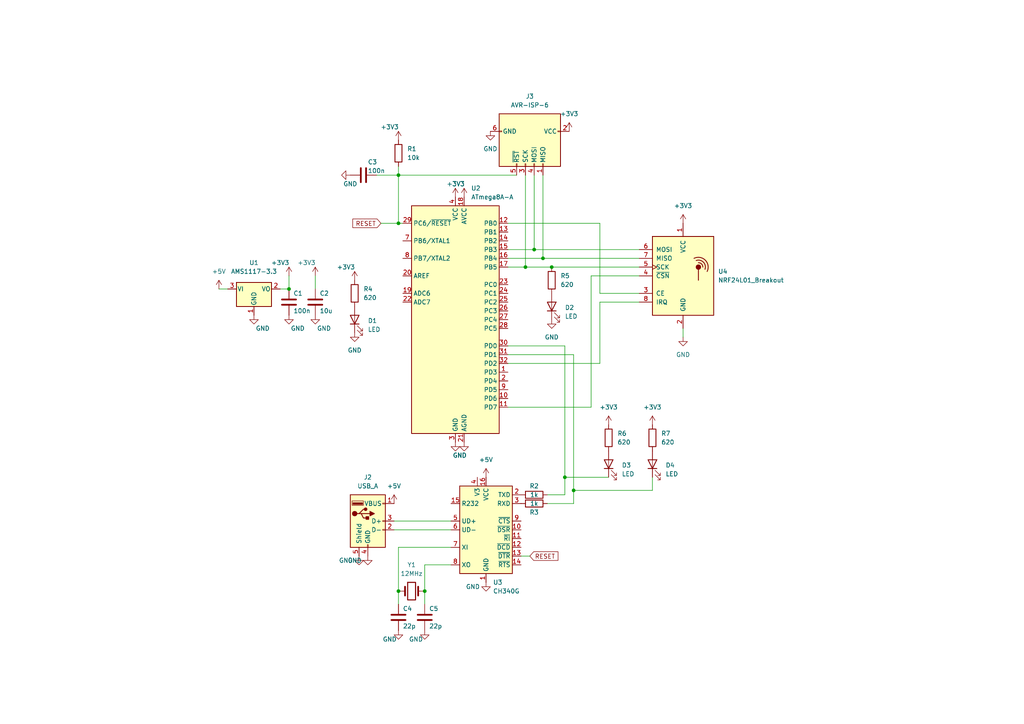
<source format=kicad_sch>
(kicad_sch (version 20211123) (generator eeschema)
  (paper "A4")
  (lib_symbols
    (symbol "Connector:AVR-ISP-6" (pin_names (offset 1.016))
      (property "Reference" "J" (at -6.35 11.43 0))
      (property "Value" "AVR-ISP-6" (at 0 11.43 0))
      (symbol "AVR-ISP-6_0_1"
        (rectangle (start -2.667 -6.858) (end -2.413 -7.62))
        (rectangle (start -2.667 10.16) (end -2.413 9.398))
        (rectangle (start 7.62 -2.413) (end 6.858 -2.667))
        (rectangle (start 7.62 0.127) (end 6.858 -0.127))
        (rectangle (start 7.62 2.667) (end 6.858 2.413))
        (rectangle (start 7.62 5.207) (end 6.858 4.953))
        (rectangle (start 7.62 10.16) (end -7.62 -7.62) (stroke (width 0.254)) (fill (type background)))
      )
      (symbol "AVR-ISP-6_1_1"
        (pin passive line (at 10.16 5.08 180) (length 2.54) (name "MISO") (number "1"))
        (pin passive line (at -2.54 12.7 270) (length 2.54) (name "VCC") (number "2"))
        (pin passive line (at 10.16 0 180) (length 2.54) (name "SCK") (number "3"))
        (pin passive line (at 10.16 2.54 180) (length 2.54) (name "MOSI") (number "4"))
        (pin passive line (at 10.16 -2.54 180) (length 2.54) (name "~{RST}") (number "5"))
        (pin passive line (at -2.54 -10.16 90) (length 2.54) (name "GND") (number "6"))
      )
    )
    (symbol "Connector:USB_A" (pin_names (offset 1.016))
      (property "Reference" "J" (at -5.08 11.43 0))
      (property "Value" "USB_A" (at -5.08 8.89 0))
      (symbol "USB_A_0_1"
        (rectangle (start -5.08 -7.62) (end 5.08 7.62) (stroke (width 0.254)) (fill (type background)))
        (circle (center -3.81 2.159) (radius 0.635) (stroke (width 0.254)) (fill (type outline)))
        (rectangle (start -1.524 4.826) (end -4.318 5.334) (fill (type outline)))
        (rectangle (start -1.27 4.572) (end -4.572 5.842))
        (circle (center -0.635 3.429) (radius 0.381) (stroke (width 0.254)) (fill (type outline)))
        (rectangle (start -0.127 -7.62) (end 0.127 -6.858))
        (polyline (pts (xy -3.175 2.159) (xy -2.54 2.159) (xy -1.27 3.429) (xy -0.635 3.429)) (stroke (width 0.254)))
        (polyline (pts (xy -2.54 2.159) (xy -1.905 2.159) (xy -1.27 0.889) (xy 0 0.889)) (stroke (width 0.254)))
        (polyline (pts (xy 0.635 2.794) (xy 0.635 1.524) (xy 1.905 2.159) (xy 0.635 2.794)) (stroke (width 0.254)) (fill (type outline)))
        (rectangle (start 0.254 1.27) (end -0.508 0.508) (stroke (width 0.254)) (fill (type outline)))
        (rectangle (start 5.08 -2.667) (end 4.318 -2.413))
        (rectangle (start 5.08 -0.127) (end 4.318 0.127))
        (rectangle (start 5.08 4.953) (end 4.318 5.207))
      )
      (symbol "USB_A_1_1"
        (polyline (pts (xy -1.905 2.159) (xy 0.635 2.159)) (stroke (width 0.254)))
        (pin power_in line (at 7.62 5.08 180) (length 2.54) (name "VBUS") (number "1"))
        (pin bidirectional line (at 7.62 -2.54 180) (length 2.54) (name "D-") (number "2"))
        (pin bidirectional line (at 7.62 0 180) (length 2.54) (name "D+") (number "3"))
        (pin power_in line (at 0 -10.16 90) (length 2.54) (name "GND") (number "4"))
        (pin passive line (at -2.54 -10.16 90) (length 2.54) (name "Shield") (number "5"))
      )
    )
    (symbol "Device:C" (pin_numbers hide) (pin_names (offset 0.254))
      (property "Reference" "C" (at 0.635 2.54 0))
      (property "Value" "C" (at 0.635 -2.54 0))
      (symbol "C_0_1"
        (polyline (pts (xy -2.032 -0.762) (xy 2.032 -0.762)) (stroke (width 0.508)))
        (polyline (pts (xy -2.032 0.762) (xy 2.032 0.762)) (stroke (width 0.508)))
      )
      (symbol "C_1_1"
        (pin passive line (at 0 3.81 270) (length 2.794) (name "~") (number "1"))
        (pin passive line (at 0 -3.81 90) (length 2.794) (name "~") (number "2"))
      )
    )
    (symbol "Device:Crystal" (pin_numbers hide) (pin_names (offset 1.016) hide)
      (property "Reference" "Y" (at 0 3.81 0))
      (property "Value" "Crystal" (at 0 -3.81 0))
      (symbol "Crystal_0_1"
        (rectangle (start -1.143 2.54) (end 1.143 -2.54) (stroke (width 0.3048)))
        (polyline (pts (xy -2.54 0) (xy -1.905 0)))
        (polyline (pts (xy -1.905 -1.27) (xy -1.905 1.27)) (stroke (width 0.508)))
        (polyline (pts (xy 1.905 -1.27) (xy 1.905 1.27)) (stroke (width 0.508)))
        (polyline (pts (xy 2.54 0) (xy 1.905 0)))
      )
      (symbol "Crystal_1_1"
        (pin passive line (at -3.81 0 0) (length 1.27) (name "1") (number "1"))
        (pin passive line (at 3.81 0 180) (length 1.27) (name "2") (number "2"))
      )
    )
    (symbol "Device:LED" (pin_numbers hide) (pin_names (offset 1.016) hide)
      (property "Reference" "D" (at 0 2.54 0))
      (property "Value" "LED" (at 0 -2.54 0))
      (symbol "LED_0_1"
        (polyline (pts (xy -1.27 -1.27) (xy -1.27 1.27)) (stroke (width 0.254)))
        (polyline (pts (xy -1.27 0) (xy 1.27 0)))
        (polyline (pts (xy 1.27 -1.27) (xy 1.27 1.27) (xy -1.27 0) (xy 1.27 -1.27)) (stroke (width 0.254)))
        (polyline (pts (xy -3.048 -0.762) (xy -4.572 -2.286) (xy -3.81 -2.286) (xy -4.572 -2.286) (xy -4.572 -1.524)))
        (polyline (pts (xy -1.778 -0.762) (xy -3.302 -2.286) (xy -2.54 -2.286) (xy -3.302 -2.286) (xy -3.302 -1.524)))
      )
      (symbol "LED_1_1"
        (pin passive line (at -3.81 0 0) (length 2.54) (name "K") (number "1"))
        (pin passive line (at 3.81 0 180) (length 2.54) (name "A") (number "2"))
      )
    )
    (symbol "Device:R" (pin_numbers hide) (pin_names (offset 0))
      (property "Reference" "R" (at 2.032 0 90))
      (property "Value" "R" (at 0 0 90))
      (symbol "R_0_1"
        (rectangle (start -1.016 -2.54) (end 1.016 2.54) (stroke (width 0.254)))
      )
      (symbol "R_1_1"
        (pin passive line (at 0 3.81 270) (length 1.27) (name "~") (number "1"))
        (pin passive line (at 0 -3.81 90) (length 1.27) (name "~") (number "2"))
      )
    )
    (symbol "Interface_USB:CH340G"
      (property "Reference" "U" (at -5.08 13.97 0))
      (property "Value" "CH340G" (at 1.27 13.97 0))
      (symbol "CH340G_0_1"
        (rectangle (start -7.62 12.7) (end 7.62 -12.7) (stroke (width 0.254)) (fill (type background)))
      )
      (symbol "CH340G_1_1"
        (pin power_in line (at 0 -15.24 90) (length 2.54) (name "GND") (number "1"))
        (pin input line (at 10.16 0 180) (length 2.54) (name "~{DSR}") (number "10"))
        (pin input line (at 10.16 -2.54 180) (length 2.54) (name "~{RI}") (number "11"))
        (pin input line (at 10.16 -5.08 180) (length 2.54) (name "~{DCD}") (number "12"))
        (pin output line (at 10.16 -7.62 180) (length 2.54) (name "~{DTR}") (number "13"))
        (pin output line (at 10.16 -10.16 180) (length 2.54) (name "~{RTS}") (number "14"))
        (pin input line (at -10.16 7.62 0) (length 2.54) (name "R232") (number "15"))
        (pin power_in line (at 0 15.24 270) (length 2.54) (name "VCC") (number "16"))
        (pin output line (at 10.16 10.16 180) (length 2.54) (name "TXD") (number "2"))
        (pin input line (at 10.16 7.62 180) (length 2.54) (name "RXD") (number "3"))
        (pin passive line (at -2.54 15.24 270) (length 2.54) (name "V3") (number "4"))
        (pin bidirectional line (at -10.16 2.54 0) (length 2.54) (name "UD+") (number "5"))
        (pin bidirectional line (at -10.16 0 0) (length 2.54) (name "UD-") (number "6"))
        (pin input line (at -10.16 -5.08 0) (length 2.54) (name "XI") (number "7"))
        (pin output line (at -10.16 -10.16 0) (length 2.54) (name "XO") (number "8"))
        (pin input line (at 10.16 2.54 180) (length 2.54) (name "~{CTS}") (number "9"))
      )
    )
    (symbol "MCU_Microchip_ATmega:ATmega8A-A"
      (property "Reference" "U" (at -12.7 34.29 0))
      (property "Value" "ATmega8A-A" (at 5.08 -34.29 0))
      (symbol "ATmega8A-A_0_1"
        (rectangle (start -12.7 -33.02) (end 12.7 33.02) (stroke (width 0.254)) (fill (type background)))
      )
      (symbol "ATmega8A-A_1_1"
        (pin bidirectional line (at 15.24 -15.24 180) (length 2.54) (name "PD3") (number "1"))
        (pin bidirectional line (at 15.24 -22.86 180) (length 2.54) (name "PD6") (number "10"))
        (pin bidirectional line (at 15.24 -25.4 180) (length 2.54) (name "PD7") (number "11"))
        (pin bidirectional line (at 15.24 27.94 180) (length 2.54) (name "PB0") (number "12"))
        (pin bidirectional line (at 15.24 25.4 180) (length 2.54) (name "PB1") (number "13"))
        (pin bidirectional line (at 15.24 22.86 180) (length 2.54) (name "PB2") (number "14"))
        (pin bidirectional line (at 15.24 20.32 180) (length 2.54) (name "PB3") (number "15"))
        (pin bidirectional line (at 15.24 17.78 180) (length 2.54) (name "PB4") (number "16"))
        (pin bidirectional line (at 15.24 15.24 180) (length 2.54) (name "PB5") (number "17"))
        (pin power_in line (at 2.54 35.56 270) (length 2.54) (name "AVCC") (number "18"))
        (pin input line (at -15.24 7.62 0) (length 2.54) (name "ADC6") (number "19"))
        (pin bidirectional line (at 15.24 -17.78 180) (length 2.54) (name "PD4") (number "2"))
        (pin passive line (at -15.24 12.7 0) (length 2.54) (name "AREF") (number "20"))
        (pin power_in line (at 2.54 -35.56 90) (length 2.54) (name "AGND") (number "21"))
        (pin input line (at -15.24 5.08 0) (length 2.54) (name "ADC7") (number "22"))
        (pin bidirectional line (at 15.24 10.16 180) (length 2.54) (name "PC0") (number "23"))
        (pin bidirectional line (at 15.24 7.62 180) (length 2.54) (name "PC1") (number "24"))
        (pin bidirectional line (at 15.24 5.08 180) (length 2.54) (name "PC2") (number "25"))
        (pin bidirectional line (at 15.24 2.54 180) (length 2.54) (name "PC3") (number "26"))
        (pin bidirectional line (at 15.24 0 180) (length 2.54) (name "PC4") (number "27"))
        (pin bidirectional line (at 15.24 -2.54 180) (length 2.54) (name "PC5") (number "28"))
        (pin bidirectional line (at -15.24 27.94 0) (length 2.54) (name "PC6/~{RESET}") (number "29"))
        (pin power_in line (at 0 -35.56 90) (length 2.54) (name "GND") (number "3"))
        (pin bidirectional line (at 15.24 -7.62 180) (length 2.54) (name "PD0") (number "30"))
        (pin bidirectional line (at 15.24 -10.16 180) (length 2.54) (name "PD1") (number "31"))
        (pin bidirectional line (at 15.24 -12.7 180) (length 2.54) (name "PD2") (number "32"))
        (pin power_in line (at 0 35.56 270) (length 2.54) (name "VCC") (number "4"))
        (pin passive line (at 0 -35.56 90) (length 2.54) hide (name "GND") (number "5"))
        (pin passive line (at 0 35.56 270) (length 2.54) hide (name "VCC") (number "6"))
        (pin bidirectional line (at -15.24 22.86 0) (length 2.54) (name "PB6/XTAL1") (number "7"))
        (pin bidirectional line (at -15.24 17.78 0) (length 2.54) (name "PB7/XTAL2") (number "8"))
        (pin bidirectional line (at 15.24 -20.32 180) (length 2.54) (name "PD5") (number "9"))
      )
    )
    (symbol "RF:NRF24L01_Breakout" (pin_names (offset 1.016))
      (property "Reference" "U4" (at 10.16 1.2701 0))
      (property "Value" "NRF24L01_Breakout" (at 10.16 -1.2699 0))
      (symbol "NRF24L01_Breakout_0_1"
        (rectangle (start -8.89 11.43) (end 8.89 -11.43) (stroke (width 0.254)) (fill (type background)))
        (polyline (pts (xy 4.445 1.905) (xy 4.445 -1.27)) (stroke (width 0.254)))
        (circle (center 4.445 2.54) (radius 0.635) (stroke (width 0.254)) (fill (type outline)))
        (arc (start 5.715 2.54) (mid 5.3559 3.4509) (end 4.445 3.81) (stroke (width 0.254)))
        (arc (start 6.35 1.905) (mid 5.8833 3.9783) (end 3.81 4.445) (stroke (width 0.254)))
        (arc (start 6.985 1.27) (mid 6.453 4.548) (end 3.175 5.08) (stroke (width 0.254)))
      )
      (symbol "NRF24L01_Breakout_1_1"
        (pin power_in line (at 0 15.24 270) (length 3.81) (name "VCC") (number "1"))
        (pin power_in line (at 0 -15.24 90) (length 3.81) (name "GND") (number "2"))
        (pin input line (at -12.7 -5.08 0) (length 3.81) (name "CE") (number "3"))
        (pin input line (at -12.7 0 0) (length 3.81) (name "~{CSN}") (number "4"))
        (pin input clock (at -12.7 2.54 0) (length 3.81) (name "SCK") (number "5"))
        (pin input line (at -12.7 7.62 0) (length 3.81) (name "MOSI") (number "6"))
        (pin output line (at -12.7 5.08 0) (length 3.81) (name "MISO") (number "7"))
        (pin output line (at -12.7 -7.62 0) (length 3.81) (name "IRQ") (number "8"))
      )
    )
    (symbol "Regulator_Linear:AMS1117-3.3" (pin_names (offset 0.254))
      (property "Reference" "U" (at -3.81 3.175 0))
      (property "Value" "AMS1117-3.3" (at 0 3.175 0))
      (symbol "AMS1117-3.3_0_1"
        (rectangle (start -5.08 -5.08) (end 5.08 1.905) (stroke (width 0.254)) (fill (type background)))
      )
      (symbol "AMS1117-3.3_1_1"
        (pin power_in line (at 0 -7.62 90) (length 2.54) (name "GND") (number "1"))
        (pin power_out line (at 7.62 0 180) (length 2.54) (name "VO") (number "2"))
        (pin power_in line (at -7.62 0 0) (length 2.54) (name "VI") (number "3"))
      )
    )
    (symbol "power:+3.3V" (power) (pin_names (offset 0))
      (property "Value" "+3.3V" (at 0 3.556 0))
      (symbol "+3.3V_0_1"
        (polyline (pts (xy -0.762 1.27) (xy 0 2.54)))
        (polyline (pts (xy 0 0) (xy 0 2.54)))
        (polyline (pts (xy 0 2.54) (xy 0.762 1.27)))
      )
      (symbol "+3.3V_1_1"
        (pin power_in line (at 0 0 90) (length 0) hide (name "+3V3") (number "1"))
      )
    )
    (symbol "power:+5V" (power) (pin_names (offset 0))
      (property "Value" "+5V" (at 0 3.556 0))
      (symbol "+5V_0_1"
        (polyline (pts (xy -0.762 1.27) (xy 0 2.54)))
        (polyline (pts (xy 0 0) (xy 0 2.54)))
        (polyline (pts (xy 0 2.54) (xy 0.762 1.27)))
      )
      (symbol "+5V_1_1"
        (pin power_in line (at 0 0 90) (length 0) hide (name "+5V") (number "1"))
      )
    )
    (symbol "power:GND" (power) (pin_names (offset 0))
      (property "Value" "GND" (at 0 -3.81 0))
      (symbol "GND_0_1"
        (polyline (pts (xy 0 0) (xy 0 -1.27) (xy 1.27 -1.27) (xy 0 -2.54) (xy -1.27 -1.27) (xy 0 -1.27)))
      )
      (symbol "GND_1_1"
        (pin power_in line (at 0 0 270) (length 0) hide (name "GND") (number "1"))
      )
    )
  )
  (junction (at 157.48 74.93))
  (junction (at 115.57 50.8))
  (junction (at 83.82 83.82))
  (junction (at 160.02 77.47))
  (junction (at 154.94 72.39))
  (junction (at 115.57 171.45))
  (junction (at 115.57 64.77))
  (junction (at 123.19 171.45))
  (junction (at 152.4 77.47))
  (junction (at 166.37 142.24))
  (junction (at 163.83 138.43))
  (wire (pts (xy 185.42 85.09) (xy 173.99 85.09)))
  (wire (pts (xy 171.45 80.01) (xy 171.45 118.11)))
  (wire (pts (xy 147.32 77.47) (xy 152.4 77.47)))
  (wire (pts (xy 166.37 102.87) (xy 166.37 142.24)))
  (wire (pts (xy 147.32 72.39) (xy 154.94 72.39)))
  (wire (pts (xy 81.28 83.82) (xy 83.82 83.82)))
  (wire (pts (xy 115.57 171.45) (xy 115.57 175.26)))
  (wire (pts (xy 147.32 102.87) (xy 166.37 102.87)))
  (wire (pts (xy 147.32 100.33) (xy 163.83 100.33)))
  (wire (pts (xy 114.3 151.13) (xy 130.81 151.13)))
  (wire (pts (xy 160.02 77.47) (xy 185.42 77.47)))
  (wire (pts (xy 154.94 72.39) (xy 185.42 72.39)))
  (wire (pts (xy 185.42 80.01) (xy 171.45 80.01)))
  (wire (pts (xy 158.75 146.05) (xy 166.37 146.05)))
  (wire (pts (xy 152.4 50.8) (xy 152.4 77.47)))
  (wire (pts (xy 166.37 142.24) (xy 189.23 142.24)))
  (wire (pts (xy 147.32 105.41) (xy 173.99 105.41)))
  (wire (pts (xy 189.23 142.24) (xy 189.23 138.43)))
  (wire (pts (xy 163.83 138.43) (xy 176.53 138.43)))
  (wire (pts (xy 157.48 50.8) (xy 157.48 74.93)))
  (wire (pts (xy 163.83 138.43) (xy 163.83 143.51)))
  (wire (pts (xy 123.19 171.45) (xy 123.19 163.83)))
  (wire (pts (xy 114.3 153.67) (xy 130.81 153.67)))
  (wire (pts (xy 157.48 74.93) (xy 185.42 74.93)))
  (wire (pts (xy 154.94 50.8) (xy 154.94 72.39)))
  (wire (pts (xy 115.57 48.26) (xy 115.57 50.8)))
  (wire (pts (xy 158.75 143.51) (xy 163.83 143.51)))
  (wire (pts (xy 115.57 50.8) (xy 115.57 64.77)))
  (wire (pts (xy 173.99 85.09) (xy 173.99 64.77)))
  (wire (pts (xy 173.99 105.41) (xy 173.99 87.63)))
  (wire (pts (xy 123.19 171.45) (xy 123.19 175.26)))
  (wire (pts (xy 115.57 171.45) (xy 115.57 158.75)))
  (wire (pts (xy 198.12 95.25) (xy 198.12 97.79)))
  (wire (pts (xy 123.19 163.83) (xy 130.81 163.83)))
  (wire (pts (xy 63.5 83.82) (xy 66.04 83.82)))
  (wire (pts (xy 171.45 118.11) (xy 147.32 118.11)))
  (wire (pts (xy 166.37 142.24) (xy 166.37 146.05)))
  (wire (pts (xy 149.86 50.8) (xy 115.57 50.8)))
  (wire (pts (xy 109.22 50.8) (xy 115.57 50.8)))
  (wire (pts (xy 173.99 87.63) (xy 185.42 87.63)))
  (wire (pts (xy 152.4 77.47) (xy 160.02 77.47)))
  (wire (pts (xy 163.83 100.33) (xy 163.83 138.43)))
  (wire (pts (xy 147.32 74.93) (xy 157.48 74.93)))
  (wire (pts (xy 151.13 161.29) (xy 153.67 161.29)))
  (wire (pts (xy 83.82 83.82) (xy 83.82 80.01)))
  (wire (pts (xy 110.49 64.77) (xy 115.57 64.77)))
  (wire (pts (xy 115.57 158.75) (xy 130.81 158.75)))
  (wire (pts (xy 173.99 64.77) (xy 147.32 64.77)))
  (wire (pts (xy 115.57 64.77) (xy 116.84 64.77)))
  (wire (pts (xy 91.44 83.82) (xy 91.44 80.01)))
  (global_label "RESET" (shape input) (at 153.67 161.29 0) (property "Обозначения листов" "${INTERSHEET_REFS}" (effects hide)))
  (global_label "RESET" (shape input) (at 110.49 64.77 180) (property "Обозначения листов" "${INTERSHEET_REFS}" (effects hide)))
  (symbol (lib_id "power:+5V") (at 140.97 138.43 0) (unit 1)
    (property "Reference" "#PWR017" (effects hide))
    (property "Value" "+5V" (at 140.97 133.35 0))
  )
  (symbol (lib_id "power:+3.3V") (at 115.57 40.64 0) (unit 1)
    (property "Reference" "#PWR010" (effects hide))
    (property "Value" "+3.3V" (at 113.03 36.83 0))
  )
  (symbol (lib_id "power:GND") (at 140.97 168.91 0) (unit 1)
    (property "Reference" "#PWR018" (effects hide))
    (property "Value" "GND" (at 137.16 170.18 0))
  )
  (symbol (lib_id "Device:R") (at 154.94 143.51 90) (unit 1)
    (property "Reference" "R2" (at 154.94 140.97 90))
    (property "Value" "1k" (at 154.94 143.51 90))
    (property "Footprint" "Resistor_SMD:R_0805_2012Metric" (effects hide))
  )
  (symbol (lib_id "power:GND") (at 132.08 128.27 0) (unit 1)
    (property "Reference" "#PWR014" (effects hide))
    (property "Value" "GND" (at 133.35 132.08 0))
  )
  (symbol (lib_id "Interface_USB:CH340G") (at 140.97 153.67 0) (unit 1)
    (property "Reference" "U3" (at 142.9894 168.91 0) (effects (justify left)))
    (property "Value" "CH340G" (at 142.9894 171.45 0) (effects (justify left)))
    (property "Footprint" "Package_SO:SOIC-16_3.9x9.9mm_P1.27mm" (effects hide))
    (property "Datasheet" "http://www.datasheet5.com/pdf-local-2195953" (effects hide))
  )
  (symbol (lib_id "power:GND") (at 160.02 92.71 0) (unit 1)
    (property "Reference" "#PWR0104" (effects hide))
    (property "Value" "GND" (at 160.02 97.79 0))
  )
  (symbol (lib_id "power:+3.3V") (at 132.08 57.15 0) (mirror y) (unit 1)
    (property "Reference" "#PWR013" (effects hide))
    (property "Value" "+3.3V" (at 129.54 53.34 0) (effects (justify right)))
  )
  (symbol (lib_id "power:GND") (at 101.6 50.8 270) (unit 1)
    (property "Reference" "#PWR07" (effects hide))
    (property "Value" "GND" (at 101.6 53.34 90))
  )
  (symbol (lib_id "power:+3.3V") (at 198.12 64.77 0) (unit 1)
    (property "Reference" "#PWR024" (effects hide))
    (property "Value" "+3.3V" (at 198.12 59.69 0))
  )
  (symbol (lib_id "MCU_Microchip_ATmega:ATmega8A-A") (at 132.08 92.71 0) (unit 1)
    (property "Reference" "U2" (at 136.6394 54.61 0) (effects (justify left)))
    (property "Value" "ATmega8A-A" (at 136.6394 57.15 0) (effects (justify left)))
    (property "Footprint" "Package_QFP:TQFP-32_7x7mm_P0.8mm" (effects hide))
    (property "Datasheet" "http://ww1.microchip.com/downloads/en/DeviceDoc/Microchip%208bit%20mcu%20AVR%20ATmega8A%20data%20sheet%2040001974A.pdf" (effects hide))
  )
  (symbol (lib_id "power:GND") (at 91.44 91.44 0) (unit 1)
    (property "Reference" "#PWR06" (effects hide))
    (property "Value" "GND" (at 93.98 95.25 0))
  )
  (symbol (lib_id "Device:R") (at 189.23 127 0) (unit 1)
    (property "Reference" "R7" (at 191.77 125.7299 0) (effects (justify left)))
    (property "Value" "620" (at 191.77 128.2699 0) (effects (justify left)))
    (property "Footprint" "Resistor_SMD:R_0603_1608Metric" (effects hide))
  )
  (symbol (lib_id "power:GND") (at 198.12 97.79 0) (unit 1)
    (property "Reference" "#PWR025" (effects hide))
    (property "Value" "GND" (at 198.12 102.87 0))
  )
  (symbol (lib_id "power:GND") (at 106.68 161.29 0) (unit 1)
    (property "Reference" "#PWR08" (effects hide))
    (property "Value" "GND" (at 102.87 162.56 0))
  )
  (symbol (lib_id "Device:LED") (at 102.87 92.71 90) (unit 1)
    (property "Reference" "D1" (at 106.68 93.0274 90) (effects (justify right)))
    (property "Value" "LED" (at 106.68 95.5674 90) (effects (justify right)))
    (property "Footprint" "LED_SMD:LED_0805_2012Metric" (effects hide))
  )
  (symbol (lib_id "power:+3.3V") (at 189.23 123.19 0) (unit 1)
    (property "Reference" "#PWR0105" (effects hide))
    (property "Value" "+3.3V" (at 189.23 118.11 0))
  )
  (symbol (lib_id "power:GND") (at 115.57 182.88 0) (unit 1)
    (property "Reference" "#PWR011" (effects hide))
    (property "Value" "GND" (at 113.03 185.42 0))
  )
  (symbol (lib_id "Device:Crystal") (at 119.38 171.45 0) (unit 1)
    (property "Reference" "Y1" (at 119.38 163.83 0))
    (property "Value" "12MHz" (at 119.38 166.37 0))
    (property "Footprint" "Crystal:Crystal_HC49-U_Vertical" (effects hide))
  )
  (symbol (lib_id "power:GND") (at 73.66 91.44 0) (unit 1)
    (property "Reference" "#PWR02" (effects hide))
    (property "Value" "GND" (at 76.2 95.25 0))
  )
  (symbol (lib_id "Device:R") (at 102.87 85.09 0) (unit 1)
    (property "Reference" "R4" (at 105.41 83.8199 0) (effects (justify left)))
    (property "Value" "620" (at 105.41 86.3599 0) (effects (justify left)))
    (property "Footprint" "Resistor_SMD:R_0603_1608Metric" (effects hide))
  )
  (symbol (lib_id "power:+3.3V") (at 91.44 80.01 0) (unit 1)
    (property "Reference" "#PWR05" (effects hide))
    (property "Value" "+3.3V" (at 88.9 76.2 0))
  )
  (symbol (lib_id "Connector:AVR-ISP-6") (at 152.4 40.64 270) (unit 1)
    (property "Reference" "J3" (at 153.67 27.94 90))
    (property "Value" "AVR-ISP-6" (at 153.67 30.48 90))
    (property "Footprint" "sam:PinHeader_2x03_P2.54mm_krai" (effects hide))
    (property "Datasheet" " ~" (effects hide))
  )
  (symbol (lib_id "Device:C") (at 105.41 50.8 270) (unit 1)
    (property "Reference" "C3" (at 106.68 46.99 90) (effects (justify left)))
    (property "Value" "100n" (at 106.68 49.53 90) (effects (justify left)))
    (property "Footprint" "Capacitor_SMD:C_0805_2012Metric" (effects hide))
  )
  (symbol (lib_id "power:+3.3V") (at 134.62 57.15 0) (mirror y) (unit 1)
    (property "Reference" "#PWR015" (effects hide))
    (property "Value" "+3.3V" (at 129.54 53.34 0) (effects (justify right)))
  )
  (symbol (lib_id "Device:R") (at 176.53 127 0) (unit 1)
    (property "Reference" "R6" (at 179.07 125.7299 0) (effects (justify left)))
    (property "Value" "620" (at 179.07 128.2699 0) (effects (justify left)))
    (property "Footprint" "Resistor_SMD:R_0603_1608Metric" (effects hide))
  )
  (symbol (lib_id "Device:C") (at 91.44 87.63 0) (unit 1)
    (property "Reference" "C2" (at 92.71 85.09 0) (effects (justify left)))
    (property "Value" "10u" (at 92.71 90.17 0) (effects (justify left)))
    (property "Footprint" "Capacitor_SMD:C_0805_2012Metric" (effects hide))
  )
  (symbol (lib_id "Device:C") (at 123.19 179.07 0) (unit 1)
    (property "Reference" "C5" (at 124.46 176.53 0) (effects (justify left)))
    (property "Value" "22p" (at 124.46 181.61 0) (effects (justify left)))
    (property "Footprint" "Capacitor_SMD:C_0805_2012Metric" (effects hide))
  )
  (symbol (lib_id "Regulator_Linear:AMS1117-3.3") (at 73.66 83.82 0) (unit 1)
    (property "Reference" "U1" (at 73.66 76.2 0))
    (property "Value" "AMS1117-3.3" (at 73.66 78.74 0))
    (property "Footprint" "Package_TO_SOT_SMD:SOT-223-3_TabPin2" (effects hide))
    (property "Datasheet" "http://www.advanced-monolithic.com/pdf/ds1117.pdf" (effects hide))
  )
  (symbol (lib_id "Device:LED") (at 189.23 134.62 90) (unit 1)
    (property "Reference" "D4" (at 193.04 134.9374 90) (effects (justify right)))
    (property "Value" "LED" (at 193.04 137.4774 90) (effects (justify right)))
    (property "Footprint" "LED_SMD:LED_0805_2012Metric" (effects hide))
  )
  (symbol (lib_id "Device:LED") (at 176.53 134.62 90) (unit 1)
    (property "Reference" "D3" (at 180.34 134.9374 90) (effects (justify right)))
    (property "Value" "LED" (at 180.34 137.4774 90) (effects (justify right)))
    (property "Footprint" "LED_SMD:LED_0805_2012Metric" (effects hide))
  )
  (symbol (lib_id "power:GND") (at 83.82 91.44 0) (unit 1)
    (property "Reference" "#PWR04" (effects hide))
    (property "Value" "GND" (at 86.36 95.25 0))
  )
  (symbol (lib_id "power:+3.3V") (at 102.87 81.28 0) (unit 1)
    (property "Reference" "#PWR0102" (effects hide))
    (property "Value" "+3.3V" (at 100.33 77.47 0))
  )
  (symbol (lib_id "Connector:USB_A") (at 106.68 151.13 0) (unit 1)
    (property "Reference" "J2" (at 106.68 138.43 0))
    (property "Value" "USB_A" (at 106.68 140.97 0))
    (property "Footprint" "Connector_USB:USB_A_CNCTech_1001-011-01101_Horizontal" (effects hide))
    (property "Datasheet" " ~" (effects hide))
  )
  (symbol (lib_id "power:+5V") (at 114.3 146.05 0) (unit 1)
    (property "Reference" "#PWR09" (effects hide))
    (property "Value" "+5V" (at 114.3 140.97 0))
  )
  (symbol (lib_id "Device:C") (at 115.57 179.07 0) (unit 1)
    (property "Reference" "C4" (at 116.84 176.53 0) (effects (justify left)))
    (property "Value" "22p" (at 116.84 181.61 0) (effects (justify left)))
    (property "Footprint" "Capacitor_SMD:C_0805_2012Metric" (effects hide))
  )
  (symbol (lib_id "Device:LED") (at 160.02 88.9 90) (unit 1)
    (property "Reference" "D2" (at 163.83 89.2174 90) (effects (justify right)))
    (property "Value" "LED" (at 163.83 91.7574 90) (effects (justify right)))
    (property "Footprint" "LED_SMD:LED_0805_2012Metric" (effects hide))
  )
  (symbol (lib_id "Device:R") (at 154.94 146.05 90) (unit 1)
    (property "Reference" "R3" (at 154.94 148.59 90))
    (property "Value" "1k" (at 154.94 146.05 90))
    (property "Footprint" "Resistor_SMD:R_0805_2012Metric" (effects hide))
  )
  (symbol (lib_id "power:+3.3V") (at 176.53 123.19 0) (unit 1)
    (property "Reference" "#PWR0106" (effects hide))
    (property "Value" "+3.3V" (at 176.53 118.11 0))
  )
  (symbol (lib_id "Device:C") (at 83.82 87.63 0) (unit 1)
    (property "Reference" "C1" (at 85.09 85.09 0) (effects (justify left)))
    (property "Value" "100n" (at 85.09 90.17 0) (effects (justify left)))
    (property "Footprint" "Capacitor_SMD:C_0805_2012Metric" (effects hide))
  )
  (symbol (lib_id "Device:R") (at 160.02 81.28 0) (unit 1)
    (property "Reference" "R5" (at 162.56 80.0099 0) (effects (justify left)))
    (property "Value" "620" (at 162.56 82.5499 0) (effects (justify left)))
    (property "Footprint" "Resistor_SMD:R_0603_1608Metric" (effects hide))
  )
  (symbol (lib_id "Device:R") (at 115.57 44.45 0) (unit 1)
    (property "Reference" "R1" (at 118.11 43.1799 0) (effects (justify left)))
    (property "Value" "10k" (at 118.11 45.7199 0) (effects (justify left)))
    (property "Footprint" "Resistor_SMD:R_0805_2012Metric" (effects hide))
  )
  (symbol (lib_id "power:+3.3V") (at 165.1 38.1 0) (unit 1)
    (property "Reference" "#PWR020" (effects hide))
    (property "Value" "+3.3V" (at 165.1 33.02 0))
  )
  (symbol (lib_id "power:GND") (at 104.14 161.29 0) (unit 1)
    (property "Reference" "#PWR0107" (effects hide))
    (property "Value" "GND" (at 100.33 162.56 0))
  )
  (symbol (lib_id "power:GND") (at 134.62 128.27 0) (unit 1)
    (property "Reference" "#PWR016" (effects hide))
    (property "Value" "GND" (at 133.35 132.08 0))
  )
  (symbol (lib_id "power:+3.3V") (at 83.82 80.01 0) (unit 1)
    (property "Reference" "#PWR03" (effects hide))
    (property "Value" "+3.3V" (at 81.28 76.2 0))
  )
  (symbol (lib_id "power:+5V") (at 63.5 83.82 0) (unit 1)
    (property "Reference" "#PWR0101" (effects hide))
    (property "Value" "+5V" (at 63.5 78.74 0))
  )
  (symbol (lib_id "RF:NRF24L01_Breakout") (at 198.12 80.01 0) (unit 1)
    (property "Reference" "U4" (at 208.28 78.7399 0) (effects (justify left)))
    (property "Value" "NRF24L01_Breakout" (at 208.28 81.2799 0) (effects (justify left)))
    (property "Footprint" "Keyplus_nordic:NRF24L01-Module-SMD" (effects hide))
    (property "Datasheet" "http://www.nordicsemi.com/eng/content/download/2730/34105/file/nRF24L01_Product_Specification_v2_0.pdf" (effects hide))
  )
  (symbol (lib_id "power:GND") (at 102.87 96.52 0) (unit 1)
    (property "Reference" "#PWR0103" (effects hide))
    (property "Value" "GND" (at 102.87 101.6 0))
  )
  (symbol (lib_id "power:GND") (at 142.24 38.1 0) (unit 1)
    (property "Reference" "#PWR019" (effects hide))
    (property "Value" "GND" (at 142.24 43.18 0))
  )
  (symbol (lib_id "power:GND") (at 123.19 182.88 0) (unit 1)
    (property "Reference" "#PWR012" (effects hide))
    (property "Value" "GND" (at 120.65 185.42 0))
  )
)
</source>
